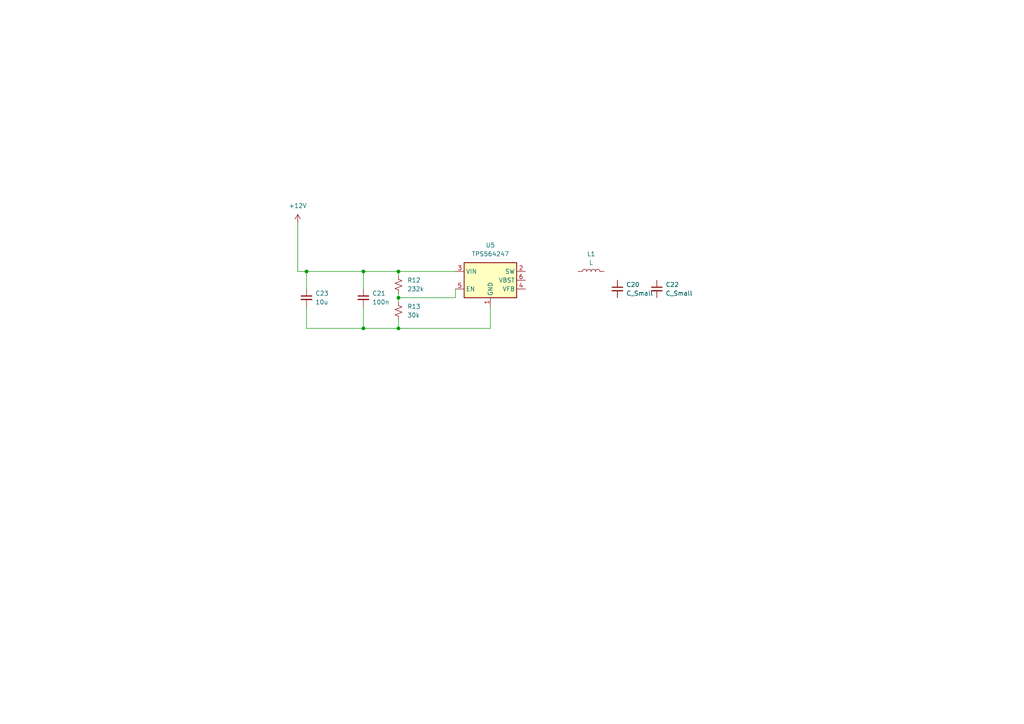
<source format=kicad_sch>
(kicad_sch (version 20230121) (generator eeschema)
  (paper "A4")
  (lib_symbols
    (symbol "Device:C_Small" (pin_numbers hide) (pin_names (offset 0.254) hide)
      (property "Reference" "C" (at 0.254 1.778 0))
      (property "Value" "C_Small" (at 0.254 -2.032 0))
      (symbol "C_Small_0_1"
        (polyline (pts (xy -1.524 -0.508) (xy 1.524 -0.508)) (stroke (width 0.3302)))
        (polyline (pts (xy -1.524 0.508) (xy 1.524 0.508)) (stroke (width 0.3048)))
      )
      (symbol "C_Small_1_1"
        (pin passive line (at 0 2.54 270) (length 2.032) (name "~") (number "1"))
        (pin passive line (at 0 -2.54 90) (length 2.032) (name "~") (number "2"))
      )
    )
    (symbol "Device:L" (pin_numbers hide) (pin_names (offset 1.016) hide)
      (property "Reference" "L" (at -1.27 0 90))
      (property "Value" "L" (at 1.905 0 90))
      (symbol "L_0_1"
        (arc (start 0 -2.54) (mid 0.6323 -1.905) (end 0 -1.27))
        (arc (start 0 -1.27) (mid 0.6323 -0.635) (end 0 0))
        (arc (start 0 0) (mid 0.6323 0.635) (end 0 1.27))
        (arc (start 0 1.27) (mid 0.6323 1.905) (end 0 2.54))
      )
      (symbol "L_1_1"
        (pin passive line (at 0 3.81 270) (length 1.27) (name "1") (number "1"))
        (pin passive line (at 0 -3.81 90) (length 1.27) (name "2") (number "2"))
      )
    )
    (symbol "Device:R_Small_US" (pin_numbers hide) (pin_names (offset 0.254) hide)
      (property "Reference" "R" (at 0.762 0.508 0))
      (property "Value" "R_Small_US" (at 0.762 -1.016 0))
      (symbol "R_Small_US_1_1"
        (polyline (pts (xy 0 0) (xy 1.016 -0.381) (xy 0 -0.762) (xy -1.016 -1.143) (xy 0 -1.524)))
        (polyline (pts (xy 0 1.524) (xy 1.016 1.143) (xy 0 0.762) (xy -1.016 0.381) (xy 0 0)))
        (pin passive line (at 0 2.54 270) (length 1.016) (name "~") (number "1"))
        (pin passive line (at 0 -2.54 90) (length 1.016) (name "~") (number "2"))
      )
    )
    (symbol "Regulator_Switching:TPS563200"
      (property "Reference" "U" (at -7.62 6.35 0))
      (property "Value" "TPS563200" (at -2.54 6.35 0))
      (symbol "TPS563200_0_1"
        (rectangle (start -7.62 5.08) (end 7.62 -5.08) (stroke (width 0.254)) (fill (type background)))
      )
      (symbol "TPS563200_1_1"
        (pin power_in line (at 0 -7.62 90) (length 2.54) (name "GND") (number "1"))
        (pin output line (at 10.16 2.54 180) (length 2.54) (name "SW") (number "2"))
        (pin power_in line (at -10.16 2.54 0) (length 2.54) (name "VIN") (number "3"))
        (pin input line (at 10.16 -2.54 180) (length 2.54) (name "VFB") (number "4"))
        (pin input line (at -10.16 -2.54 0) (length 2.54) (name "EN") (number "5"))
        (pin passive line (at 10.16 0 180) (length 2.54) (name "VBST") (number "6"))
      )
    )
    (symbol "power:+12V" (power) (pin_names (offset 0))
      (property "Value" "+12V" (at 0 3.556 0))
      (symbol "+12V_0_1"
        (polyline (pts (xy -0.762 1.27) (xy 0 2.54)))
        (polyline (pts (xy 0 0) (xy 0 2.54)))
        (polyline (pts (xy 0 2.54) (xy 0.762 1.27)))
      )
      (symbol "+12V_1_1"
        (pin power_in line (at 0 0 90) (length 0) hide (name "+12V") (number "1"))
      )
    )
  )
  (junction (at 115.57 95.25))
  (junction (at 105.41 95.25))
  (junction (at 105.41 78.74))
  (junction (at 88.9 78.74))
  (junction (at 115.57 78.74))
  (junction (at 115.57 86.36))
  (wire (pts (xy 88.9 78.74) (xy 105.41 78.74)))
  (wire (pts (xy 88.9 88.9) (xy 88.9 95.25)))
  (wire (pts (xy 115.57 78.74) (xy 132.08 78.74)))
  (wire (pts (xy 105.41 78.74) (xy 115.57 78.74)))
  (wire (pts (xy 115.57 78.74) (xy 115.57 80.01)))
  (wire (pts (xy 132.08 83.82) (xy 132.08 86.36)))
  (wire (pts (xy 86.36 64.77) (xy 86.36 78.74)))
  (wire (pts (xy 105.41 78.74) (xy 105.41 83.82)))
  (wire (pts (xy 115.57 95.25) (xy 142.24 95.25)))
  (wire (pts (xy 142.24 88.9) (xy 142.24 95.25)))
  (wire (pts (xy 115.57 86.36) (xy 132.08 86.36)))
  (wire (pts (xy 86.36 78.74) (xy 88.9 78.74)))
  (wire (pts (xy 88.9 78.74) (xy 88.9 83.82)))
  (wire (pts (xy 105.41 95.25) (xy 115.57 95.25)))
  (wire (pts (xy 105.41 88.9) (xy 105.41 95.25)))
  (wire (pts (xy 88.9 95.25) (xy 105.41 95.25)))
  (wire (pts (xy 115.57 85.09) (xy 115.57 86.36)))
  (wire (pts (xy 115.57 92.71) (xy 115.57 95.25)))
  (wire (pts (xy 115.57 86.36) (xy 115.57 87.63)))
  (symbol (lib_id "Device:C_Small") (at 190.5 83.82 0) (unit 1)
    (property "Reference" "C22" (at 193.04 82.5563 0) (effects (justify left)))
    (property "Value" "C_Small" (at 193.04 85.0963 0) (effects (justify left)))
  )
  (symbol (lib_id "Device:C_Small") (at 179.07 83.82 0) (unit 1)
    (property "Reference" "C20" (at 181.61 82.5563 0) (effects (justify left)))
    (property "Value" "C_Small" (at 181.61 85.0963 0) (effects (justify left)))
  )
  (symbol (lib_id "Device:C_Small") (at 105.41 86.36 0) (unit 1)
    (property "Reference" "C21" (at 107.95 85.0963 0) (effects (justify left)))
    (property "Value" "100n" (at 107.95 87.6363 0) (effects (justify left)))
  )
  (symbol (lib_id "Device:C_Small") (at 88.9 86.36 0) (unit 1)
    (property "Reference" "C23" (at 91.44 85.0963 0) (effects (justify left)))
    (property "Value" "10u" (at 91.44 87.6363 0) (effects (justify left)))
  )
  (symbol (lib_id "power:+12V") (at 86.36 64.77 0) (unit 1)
    (property "Reference" "#PWR011" (effects hide))
    (property "Value" "+12V" (at 86.36 59.69 0))
  )
  (symbol (lib_id "Regulator_Switching:TPS563200") (at 142.24 81.28 0) (unit 1)
    (property "Reference" "U5" (at 142.24 71.12 0))
    (property "Value" "TPS564247" (at 142.24 73.66 0))
    (property "Footprint" "Package_TO_SOT_SMD:SOT-23-6" (effects hide))
    (property "Datasheet" "https://www.ti.com/lit/ds/symlink/tps564252.pdf?ts=1695219253429&ref_url=https%253A%252F%252Fwww.ti.com%252Fsitesearch%252Fen-us%252Fdocs%252Funiversalsearch.tsp%253FlangPref%253Den-US%2526searchTerm%253DTPS564252DRLR%2526nr%253D8" (effects hide))
  )
  (symbol (lib_id "Device:L") (at 171.45 78.74 90) (unit 1)
    (property "Reference" "L1" (at 171.45 73.66 90))
    (property "Value" "L" (at 171.45 76.2 90))
  )
  (symbol (lib_id "Device:R_Small_US") (at 115.57 82.55 0) (unit 1)
    (property "Reference" "R12" (at 118.11 81.28 0) (effects (justify left)))
    (property "Value" "232k" (at 118.11 83.82 0) (effects (justify left)))
  )
  (symbol (lib_id "Device:R_Small_US") (at 115.57 90.17 0) (unit 1)
    (property "Reference" "R13" (at 118.11 88.9 0) (effects (justify left)))
    (property "Value" "30k" (at 118.11 91.44 0) (effects (justify left)))
  )
)
</source>
